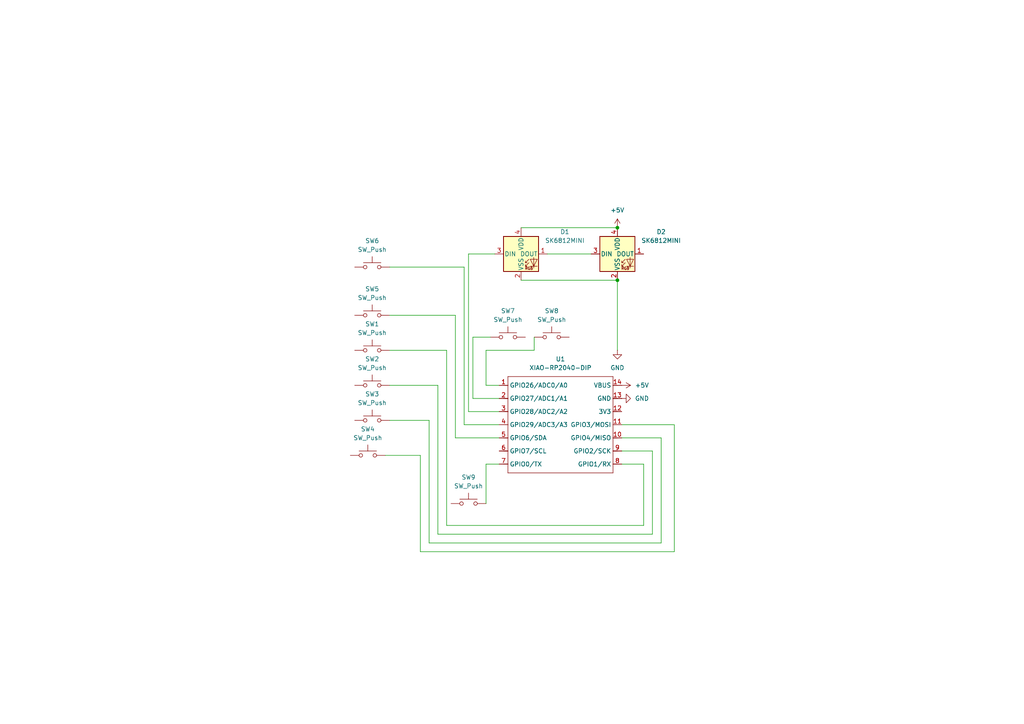
<source format=kicad_sch>
(kicad_sch (version 20250114) (generator "eeschema") (generator_version "9.0")
  (paper "A4")
  (lib_symbols
    (symbol "LED:SK6812MINI" (pin_names (offset 0.254))
      (property "Reference" "D" (at 5.08 5.715 0))
      (property "Value" "SK6812MINI" (at 1.27 -5.715 0))
      (symbol "SK6812MINI_0_0"
        (text "RGB" (at 2.286 -4.191 0) (effects (font (size 0.762 0.762))))
      )
      (symbol "SK6812MINI_0_1"
        (polyline (pts (xy 1.27 -2.54) (xy 1.778 -2.54)))
        (polyline (pts (xy 1.27 -3.556) (xy 1.778 -3.556)))
        (polyline (pts (xy 2.286 -1.524) (xy 1.27 -2.54) (xy 1.27 -2.032)))
        (polyline (pts (xy 2.286 -2.54) (xy 1.27 -3.556) (xy 1.27 -3.048)))
        (polyline (pts (xy 3.683 -1.016) (xy 3.683 -3.556) (xy 3.683 -4.064)))
        (polyline (pts (xy 4.699 -1.524) (xy 2.667 -1.524) (xy 3.683 -3.556) (xy 4.699 -1.524)))
        (polyline (pts (xy 4.699 -3.556) (xy 2.667 -3.556)))
        (rectangle (start 5.08 5.08) (end -5.08 -5.08) (stroke (width 0.254)) (fill (type background)))
      )
      (symbol "SK6812MINI_1_1"
        (pin input line (at -7.62 0 0) (length 2.54) (name "DIN") (number "3"))
        (pin power_in line (at 0 7.62 270) (length 2.54) (name "VDD") (number "4"))
        (pin power_in line (at 0 -7.62 90) (length 2.54) (name "VSS") (number "2"))
        (pin output line (at 7.62 0 180) (length 2.54) (name "DOUT") (number "1"))
      )
    )
    (symbol "OPL Library:XIAO-RP2040-DIP"
      (property "Reference" "U" (at 0 0 0))
      (property "Value" "XIAO-RP2040-DIP" (at 5.334 -1.778 0))
      (symbol "XIAO-RP2040-DIP_1_0"
        (polyline (pts (xy -1.27 -2.54) (xy 29.21 -2.54)) (stroke (width 0.1524)))
        (polyline (pts (xy -1.27 -5.08) (xy -2.54 -5.08)) (stroke (width 0.1524)))
        (polyline (pts (xy -1.27 -5.08) (xy -1.27 -2.54)) (stroke (width 0.1524)))
        (polyline (pts (xy -1.27 -8.89) (xy -2.54 -8.89)) (stroke (width 0.1524)))
        (polyline (pts (xy -1.27 -8.89) (xy -1.27 -5.08)) (stroke (width 0.1524)))
        (polyline (pts (xy -1.27 -12.7) (xy -2.54 -12.7)) (stroke (width 0.1524)))
        (polyline (pts (xy -1.27 -12.7) (xy -1.27 -8.89)) (stroke (width 0.1524)))
        (polyline (pts (xy -1.27 -16.51) (xy -2.54 -16.51)) (stroke (width 0.1524)))
        (polyline (pts (xy -1.27 -16.51) (xy -1.27 -12.7)) (stroke (width 0.1524)))
        (polyline (pts (xy -1.27 -20.32) (xy -2.54 -20.32)) (stroke (width 0.1524)))
        (polyline (pts (xy -1.27 -24.13) (xy -2.54 -24.13)) (stroke (width 0.1524)))
        (polyline (pts (xy -1.27 -27.94) (xy -2.54 -27.94)) (stroke (width 0.1524)))
        (polyline (pts (xy -1.27 -30.48) (xy -1.27 -16.51)) (stroke (width 0.1524)))
        (polyline (pts (xy 29.21 -2.54) (xy 29.21 -5.08)) (stroke (width 0.1524)))
        (polyline (pts (xy 29.21 -5.08) (xy 29.21 -8.89)) (stroke (width 0.1524)))
        (polyline (pts (xy 29.21 -8.89) (xy 29.21 -12.7)) (stroke (width 0.1524)))
        (polyline (pts (xy 29.21 -12.7) (xy 29.21 -30.48)) (stroke (width 0.1524)))
        (polyline (pts (xy 29.21 -30.48) (xy -1.27 -30.48)) (stroke (width 0.1524)))
        (polyline (pts (xy 30.48 -5.08) (xy 29.21 -5.08)) (stroke (width 0.1524)))
        (polyline (pts (xy 30.48 -8.89) (xy 29.21 -8.89)) (stroke (width 0.1524)))
        (polyline (pts (xy 30.48 -12.7) (xy 29.21 -12.7)) (stroke (width 0.1524)))
        (polyline (pts (xy 30.48 -16.51) (xy 29.21 -16.51)) (stroke (width 0.1524)))
        (polyline (pts (xy 30.48 -20.32) (xy 29.21 -20.32)) (stroke (width 0.1524)))
        (polyline (pts (xy 30.48 -24.13) (xy 29.21 -24.13)) (stroke (width 0.1524)))
        (polyline (pts (xy 30.48 -27.94) (xy 29.21 -27.94)) (stroke (width 0.1524)))
        (pin passive line (at -3.81 -5.08 0) (length 2.54) (name "GPIO26/ADC0/A0") (number "1"))
        (pin passive line (at -3.81 -8.89 0) (length 2.54) (name "GPIO27/ADC1/A1") (number "2"))
        (pin passive line (at -3.81 -12.7 0) (length 2.54) (name "GPIO28/ADC2/A2") (number "3"))
        (pin passive line (at -3.81 -16.51 0) (length 2.54) (name "GPIO29/ADC3/A3") (number "4"))
        (pin passive line (at -3.81 -20.32 0) (length 2.54) (name "GPIO6/SDA") (number "5"))
        (pin passive line (at -3.81 -24.13 0) (length 2.54) (name "GPIO7/SCL") (number "6"))
        (pin passive line (at -3.81 -27.94 0) (length 2.54) (name "GPIO0/TX") (number "7"))
        (pin passive line (at 31.75 -5.08 180) (length 2.54) (name "VBUS") (number "14"))
        (pin passive line (at 31.75 -8.89 180) (length 2.54) (name "GND") (number "13"))
        (pin passive line (at 31.75 -12.7 180) (length 2.54) (name "3V3") (number "12"))
        (pin passive line (at 31.75 -16.51 180) (length 2.54) (name "GPIO3/MOSI") (number "11"))
        (pin passive line (at 31.75 -20.32 180) (length 2.54) (name "GPIO4/MISO") (number "10"))
        (pin passive line (at 31.75 -24.13 180) (length 2.54) (name "GPIO2/SCK") (number "9"))
        (pin passive line (at 31.75 -27.94 180) (length 2.54) (name "GPIO1/RX") (number "8"))
      )
    )
    (symbol "Switch:SW_Push" (pin_numbers (hide yes)) (pin_names (offset 1.016) (hide yes))
      (property "Reference" "SW" (at 1.27 2.54 0))
      (property "Value" "SW_Push" (at 0 -1.524 0))
      (symbol "SW_Push_0_1"
        (circle (center -2.032 0) (radius 0.508))
        (polyline (pts (xy 0 1.27) (xy 0 3.048)))
        (circle (center 2.032 0) (radius 0.508))
        (polyline (pts (xy 2.54 1.27) (xy -2.54 1.27)))
        (pin passive line (at -5.08 0 0) (length 2.54) (name "1") (number "1"))
        (pin passive line (at 5.08 0 180) (length 2.54) (name "2") (number "2"))
      )
    )
    (symbol "power:+5V" (power) (pin_numbers (hide yes)) (pin_names (offset 0) (hide yes))
      (property "Value" "+5V" (at 0 3.556 0))
      (symbol "+5V_0_1"
        (polyline (pts (xy -0.762 1.27) (xy 0 2.54)))
        (polyline (pts (xy 0 2.54) (xy 0.762 1.27)))
        (polyline (pts (xy 0 0) (xy 0 2.54)))
      )
      (symbol "+5V_1_1"
        (pin power_in line (at 0 0 90) (length 0) (name "~") (number "1"))
      )
    )
    (symbol "power:GND" (power) (pin_numbers (hide yes)) (pin_names (offset 0) (hide yes))
      (property "Value" "GND" (at 0 -3.81 0))
      (symbol "GND_0_1"
        (polyline (pts (xy 0 0) (xy 0 -1.27) (xy 1.27 -1.27) (xy 0 -2.54) (xy -1.27 -1.27) (xy 0 -1.27)))
      )
      (symbol "GND_1_1"
        (pin power_in line (at 0 0 270) (length 0) (name "~") (number "1"))
      )
    )
  )
  (junction (at 179.07 81.28))
  (junction (at 179.07 66.04))
  (wire (pts (xy 135.89 119.38) (xy 144.78 119.38)))
  (wire (pts (xy 124.46 121.92) (xy 124.46 157.48)))
  (wire (pts (xy 111.76 132.08) (xy 121.92 132.08)))
  (wire (pts (xy 191.77 127) (xy 180.34 127)))
  (wire (pts (xy 113.03 121.92) (xy 124.46 121.92)))
  (wire (pts (xy 186.69 152.4) (xy 186.69 134.62)))
  (wire (pts (xy 151.13 81.28) (xy 179.07 81.28)))
  (wire (pts (xy 113.03 91.44) (xy 132.08 91.44)))
  (wire (pts (xy 154.94 97.79) (xy 154.94 101.6)))
  (wire (pts (xy 129.54 152.4) (xy 186.69 152.4)))
  (wire (pts (xy 129.54 101.6) (xy 129.54 152.4)))
  (wire (pts (xy 140.97 111.76) (xy 144.78 111.76)))
  (wire (pts (xy 113.03 101.6) (xy 129.54 101.6)))
  (wire (pts (xy 127 154.94) (xy 189.23 154.94)))
  (wire (pts (xy 189.23 130.81) (xy 180.34 130.81)))
  (wire (pts (xy 132.08 91.44) (xy 132.08 127)))
  (wire (pts (xy 180.34 123.19) (xy 195.58 123.19)))
  (wire (pts (xy 158.75 73.66) (xy 171.45 73.66)))
  (wire (pts (xy 143.51 73.66) (xy 135.89 73.66)))
  (wire (pts (xy 186.69 134.62) (xy 180.34 134.62)))
  (wire (pts (xy 140.97 101.6) (xy 140.97 111.76)))
  (wire (pts (xy 142.24 97.79) (xy 137.16 97.79)))
  (wire (pts (xy 151.13 66.04) (xy 179.07 66.04)))
  (wire (pts (xy 191.77 157.48) (xy 191.77 127)))
  (wire (pts (xy 121.92 160.02) (xy 195.58 160.02)))
  (wire (pts (xy 121.92 132.08) (xy 121.92 160.02)))
  (wire (pts (xy 154.94 101.6) (xy 140.97 101.6)))
  (wire (pts (xy 140.97 134.62) (xy 144.78 134.62)))
  (wire (pts (xy 189.23 154.94) (xy 189.23 130.81)))
  (wire (pts (xy 127 111.76) (xy 127 154.94)))
  (wire (pts (xy 135.89 73.66) (xy 135.89 119.38)))
  (wire (pts (xy 137.16 97.79) (xy 137.16 115.57)))
  (wire (pts (xy 132.08 127) (xy 144.78 127)))
  (wire (pts (xy 124.46 157.48) (xy 191.77 157.48)))
  (wire (pts (xy 179.07 81.28) (xy 179.07 101.6)))
  (wire (pts (xy 113.03 111.76) (xy 127 111.76)))
  (wire (pts (xy 134.62 123.19) (xy 144.78 123.19)))
  (wire (pts (xy 140.97 146.05) (xy 140.97 134.62)))
  (wire (pts (xy 195.58 160.02) (xy 195.58 123.19)))
  (wire (pts (xy 113.03 77.47) (xy 134.62 77.47)))
  (wire (pts (xy 137.16 115.57) (xy 144.78 115.57)))
  (wire (pts (xy 134.62 77.47) (xy 134.62 123.19)))
  (symbol (lib_id "Switch:SW_Push") (at 107.95 121.92 0) (unit 1)
    (property "Reference" "SW3" (at 107.95 114.3 0))
    (property "Value" "SW_Push" (at 107.95 116.84 0))
    (property "Footprint" "Button_Switch_Keyboard:SW_Cherry_MX_1.00u_PCB" (effects (hide yes)))
    (property "Description" "Push button switch, generic, two pins" (effects (hide yes)))
  )
  (symbol (lib_id "Switch:SW_Push") (at 135.89 146.05 0) (mirror y) (unit 1)
    (property "Reference" "SW9" (at 135.89 138.43 0))
    (property "Value" "SW_Push" (at 135.89 140.97 0))
    (property "Footprint" "Button_Switch_Keyboard:SW_Cherry_MX_1.00u_PCB" (effects (hide yes)))
    (property "Description" "Push button switch, generic, two pins" (effects (hide yes)))
  )
  (symbol (lib_id "power:GND") (at 180.34 115.57 90) (unit 1)
    (property "Reference" "#PWR02" (effects (hide yes)))
    (property "Value" "GND" (at 184.15 115.5699 90) (effects (justify right)))
    (property "Description" "Power symbol creates a global label with name \"GND\" , ground" (effects (hide yes)))
  )
  (symbol (lib_id "OPL Library:XIAO-RP2040-DIP") (at 148.59 106.68 0) (unit 1)
    (property "Reference" "U1" (at 162.56 104.14 0))
    (property "Value" "XIAO-RP2040-DIP" (at 162.56 106.68 0))
    (property "Footprint" "OPL lib:XIAO-RP2040-DIP" (effects (hide yes)))
  )
  (symbol (lib_id "power:+5V") (at 180.34 111.76 270) (unit 1)
    (property "Reference" "#PWR01" (effects (hide yes)))
    (property "Value" "+5V" (at 184.15 111.7599 90) (effects (justify left)))
    (property "Description" "Power symbol creates a global label with name \"+5V\"" (effects (hide yes)))
  )
  (symbol (lib_id "Switch:SW_Push") (at 106.68 132.08 0) (unit 1)
    (property "Reference" "SW4" (at 106.68 124.46 0))
    (property "Value" "SW_Push" (at 106.68 127 0))
    (property "Footprint" "Button_Switch_Keyboard:SW_Cherry_MX_1.00u_PCB" (effects (hide yes)))
    (property "Description" "Push button switch, generic, two pins" (effects (hide yes)))
  )
  (symbol (lib_id "power:+5V") (at 179.07 66.04 0) (unit 1)
    (property "Reference" "#PWR04" (effects (hide yes)))
    (property "Value" "+5V" (at 179.07 60.96 0))
    (property "Description" "Power symbol creates a global label with name \"+5V\"" (effects (hide yes)))
  )
  (symbol (lib_id "Switch:SW_Push") (at 160.02 97.79 0) (mirror y) (unit 1)
    (property "Reference" "SW8" (at 160.02 90.17 0))
    (property "Value" "SW_Push" (at 160.02 92.71 0))
    (property "Footprint" "Button_Switch_Keyboard:SW_Cherry_MX_1.00u_PCB" (effects (hide yes)))
    (property "Description" "Push button switch, generic, two pins" (effects (hide yes)))
  )
  (symbol (lib_id "Switch:SW_Push") (at 107.95 111.76 0) (unit 1)
    (property "Reference" "SW2" (at 107.95 104.14 0))
    (property "Value" "SW_Push" (at 107.95 106.68 0))
    (property "Footprint" "Button_Switch_Keyboard:SW_Cherry_MX_1.00u_PCB" (effects (hide yes)))
    (property "Description" "Push button switch, generic, two pins" (effects (hide yes)))
  )
  (symbol (lib_id "Switch:SW_Push") (at 107.95 77.47 0) (mirror y) (unit 1)
    (property "Reference" "SW6" (at 107.95 69.85 0))
    (property "Value" "SW_Push" (at 107.95 72.39 0))
    (property "Footprint" "Button_Switch_Keyboard:SW_Cherry_MX_1.00u_PCB" (effects (hide yes)))
    (property "Description" "Push button switch, generic, two pins" (effects (hide yes)))
  )
  (symbol (lib_id "LED:SK6812MINI") (at 151.13 73.66 0) (unit 1)
    (property "Reference" "D1" (at 163.83 67.2398 0))
    (property "Value" "SK6812MINI" (at 163.83 69.7798 0))
    (property "Footprint" "LED_SMD:LED_SK6812MINI_PLCC4_3.5x3.5mm_P1.75mm" (effects (hide yes)))
    (property "Datasheet" "https://cdn-shop.adafruit.com/product-files/2686/SK6812MINI_REV.01-1-2.pdf" (effects (hide yes)))
    (property "Description" "RGB LED with integrated controller" (effects (hide yes)))
  )
  (symbol (lib_id "Switch:SW_Push") (at 107.95 101.6 0) (mirror y) (unit 1)
    (property "Reference" "SW1" (at 107.95 93.98 0))
    (property "Value" "SW_Push" (at 107.95 96.52 0))
    (property "Footprint" "Button_Switch_Keyboard:SW_Cherry_MX_1.00u_PCB" (effects (hide yes)))
    (property "Description" "Push button switch, generic, two pins" (effects (hide yes)))
  )
  (symbol (lib_id "LED:SK6812MINI") (at 179.07 73.66 0) (unit 1)
    (property "Reference" "D2" (at 191.77 67.2398 0))
    (property "Value" "SK6812MINI" (at 191.77 69.7798 0))
    (property "Footprint" "LED_SMD:LED_SK6812MINI_PLCC4_3.5x3.5mm_P1.75mm" (effects (hide yes)))
    (property "Datasheet" "https://cdn-shop.adafruit.com/product-files/2686/SK6812MINI_REV.01-1-2.pdf" (effects (hide yes)))
    (property "Description" "RGB LED with integrated controller" (effects (hide yes)))
  )
  (symbol (lib_id "Switch:SW_Push") (at 107.95 91.44 0) (mirror y) (unit 1)
    (property "Reference" "SW5" (at 107.95 83.82 0))
    (property "Value" "SW_Push" (at 107.95 86.36 0))
    (property "Footprint" "Button_Switch_Keyboard:SW_Cherry_MX_1.00u_PCB" (effects (hide yes)))
    (property "Description" "Push button switch, generic, two pins" (effects (hide yes)))
  )
  (symbol (lib_id "power:GND") (at 179.07 101.6 0) (unit 1)
    (property "Reference" "#PWR03" (effects (hide yes)))
    (property "Value" "GND" (at 179.07 106.68 0))
    (property "Description" "Power symbol creates a global label with name \"GND\" , ground" (effects (hide yes)))
  )
  (symbol (lib_id "Switch:SW_Push") (at 147.32 97.79 0) (mirror y) (unit 1)
    (property "Reference" "SW7" (at 147.32 90.17 0))
    (property "Value" "SW_Push" (at 147.32 92.71 0))
    (property "Footprint" "Button_Switch_Keyboard:SW_Cherry_MX_1.00u_PCB" (effects (hide yes)))
    (property "Description" "Push button switch, generic, two pins" (effects (hide yes)))
  )
)
</source>
